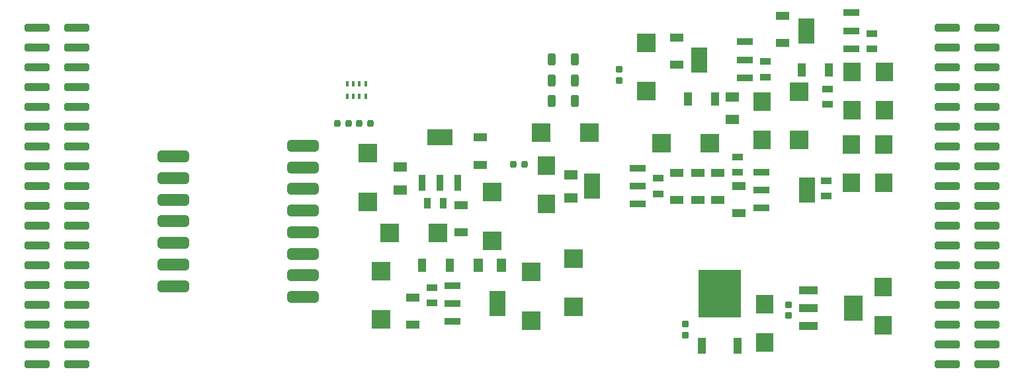
<source format=gtp>
G04*
G04 #@! TF.GenerationSoftware,Altium Limited,Altium Designer,22.4.2 (48)*
G04*
G04 Layer_Color=8421504*
%FSLAX25Y25*%
%MOIN*%
G70*
G04*
G04 #@! TF.SameCoordinates,5B287986-ABF7-48FA-9945-848A1B873533*
G04*
G04*
G04 #@! TF.FilePolarity,Positive*
G04*
G01*
G75*
%ADD20R,0.03740X0.08465*%
%ADD21R,0.12795X0.08465*%
%ADD22R,0.08465X0.03740*%
%ADD23R,0.08465X0.12795*%
%ADD24R,0.09646X0.09252*%
%ADD25R,0.06890X0.03937*%
%ADD26R,0.03937X0.06890*%
%ADD27R,0.08858X0.09252*%
%ADD28R,0.09252X0.09646*%
%ADD29R,0.05512X0.03740*%
G04:AMPARAMS|DCode=30|XSize=59.06mil|YSize=157.48mil|CornerRadius=14.76mil|HoleSize=0mil|Usage=FLASHONLY|Rotation=270.000|XOffset=0mil|YOffset=0mil|HoleType=Round|Shape=RoundedRectangle|*
%AMROUNDEDRECTD30*
21,1,0.05906,0.12795,0,0,270.0*
21,1,0.02953,0.15748,0,0,270.0*
1,1,0.02953,-0.06398,-0.01476*
1,1,0.02953,-0.06398,0.01476*
1,1,0.02953,0.06398,0.01476*
1,1,0.02953,0.06398,-0.01476*
%
%ADD30ROUNDEDRECTD30*%
G04:AMPARAMS|DCode=31|XSize=40.16mil|YSize=125.98mil|CornerRadius=10.04mil|HoleSize=0mil|Usage=FLASHONLY|Rotation=270.000|XOffset=0mil|YOffset=0mil|HoleType=Round|Shape=RoundedRectangle|*
%AMROUNDEDRECTD31*
21,1,0.04016,0.10591,0,0,270.0*
21,1,0.02008,0.12598,0,0,270.0*
1,1,0.02008,-0.05295,-0.01004*
1,1,0.02008,-0.05295,0.01004*
1,1,0.02008,0.05295,0.01004*
1,1,0.02008,0.05295,-0.01004*
%
%ADD31ROUNDEDRECTD31*%
%ADD32R,0.01575X0.03150*%
G04:AMPARAMS|DCode=33|XSize=39.37mil|YSize=62.99mil|CornerRadius=9.84mil|HoleSize=0mil|Usage=FLASHONLY|Rotation=0.000|XOffset=0mil|YOffset=0mil|HoleType=Round|Shape=RoundedRectangle|*
%AMROUNDEDRECTD33*
21,1,0.03937,0.04331,0,0,0.0*
21,1,0.01968,0.06299,0,0,0.0*
1,1,0.01968,0.00984,-0.02165*
1,1,0.01968,-0.00984,-0.02165*
1,1,0.01968,-0.00984,0.02165*
1,1,0.01968,0.00984,0.02165*
%
%ADD33ROUNDEDRECTD33*%
G04:AMPARAMS|DCode=34|XSize=35.43mil|YSize=31.5mil|CornerRadius=7.87mil|HoleSize=0mil|Usage=FLASHONLY|Rotation=0.000|XOffset=0mil|YOffset=0mil|HoleType=Round|Shape=RoundedRectangle|*
%AMROUNDEDRECTD34*
21,1,0.03543,0.01575,0,0,0.0*
21,1,0.01968,0.03150,0,0,0.0*
1,1,0.01575,0.00984,-0.00787*
1,1,0.01575,-0.00984,-0.00787*
1,1,0.01575,-0.00984,0.00787*
1,1,0.01575,0.00984,0.00787*
%
%ADD34ROUNDEDRECTD34*%
G04:AMPARAMS|DCode=35|XSize=35.43mil|YSize=31.5mil|CornerRadius=7.87mil|HoleSize=0mil|Usage=FLASHONLY|Rotation=270.000|XOffset=0mil|YOffset=0mil|HoleType=Round|Shape=RoundedRectangle|*
%AMROUNDEDRECTD35*
21,1,0.03543,0.01575,0,0,270.0*
21,1,0.01968,0.03150,0,0,270.0*
1,1,0.01575,-0.00787,-0.00984*
1,1,0.01575,-0.00787,0.00984*
1,1,0.01575,0.00787,0.00984*
1,1,0.01575,0.00787,-0.00984*
%
%ADD35ROUNDEDRECTD35*%
%ADD36R,0.09449X0.03937*%
%ADD37R,0.09449X0.12992*%
%ADD38R,0.21260X0.24410*%
%ADD39R,0.03937X0.08268*%
%ADD40R,0.07087X0.04528*%
%ADD41R,0.04528X0.07087*%
%ADD42R,0.03740X0.05512*%
D20*
X-316976Y-111370D02*
D03*
X-307921D02*
D03*
X-298866D02*
D03*
D21*
X-307921Y-88535D02*
D03*
D22*
X-301685Y-163543D02*
D03*
Y-172598D02*
D03*
Y-181653D02*
D03*
X-145717Y-106095D02*
D03*
Y-115150D02*
D03*
Y-124205D02*
D03*
X-100474Y-43752D02*
D03*
Y-34697D02*
D03*
Y-25642D02*
D03*
X-208221Y-122189D02*
D03*
Y-113134D02*
D03*
Y-104079D02*
D03*
X-154299Y-58441D02*
D03*
Y-49386D02*
D03*
Y-40331D02*
D03*
D23*
X-278850Y-172598D02*
D03*
X-122882Y-115150D02*
D03*
X-123308Y-34697D02*
D03*
X-231055Y-113134D02*
D03*
X-177134Y-49386D02*
D03*
D24*
X-203842Y-40709D02*
D03*
Y-65118D02*
D03*
X-240630Y-174221D02*
D03*
Y-149811D02*
D03*
X-337638Y-180520D02*
D03*
Y-156110D02*
D03*
X-281449Y-140709D02*
D03*
Y-116299D02*
D03*
X-344189Y-121055D02*
D03*
Y-96646D02*
D03*
X-262047Y-181024D02*
D03*
Y-156614D02*
D03*
X-126992Y-65402D02*
D03*
Y-89811D02*
D03*
D25*
X-188472Y-38213D02*
D03*
Y-51992D02*
D03*
X-135055Y-27126D02*
D03*
Y-40905D02*
D03*
X-167811Y-106496D02*
D03*
Y-120276D02*
D03*
X-157228Y-113134D02*
D03*
Y-126913D02*
D03*
X-188472Y-106496D02*
D03*
Y-120276D02*
D03*
X-321512Y-169488D02*
D03*
Y-183268D02*
D03*
X-297323Y-122874D02*
D03*
Y-136653D02*
D03*
X-287496Y-88606D02*
D03*
Y-102386D02*
D03*
X-177890Y-120276D02*
D03*
Y-106496D02*
D03*
D26*
X-182875Y-69260D02*
D03*
X-169096D02*
D03*
X-111787Y-54425D02*
D03*
X-125567D02*
D03*
X-303031Y-153197D02*
D03*
X-316811D02*
D03*
D27*
X-100535Y-92150D02*
D03*
Y-111441D02*
D03*
X-254236Y-102984D02*
D03*
Y-122276D02*
D03*
X-100284Y-55614D02*
D03*
Y-74906D02*
D03*
X-145638Y-70480D02*
D03*
Y-89772D02*
D03*
X-84158Y-111441D02*
D03*
Y-92150D02*
D03*
X-83906Y-55685D02*
D03*
Y-74976D02*
D03*
X-84661Y-183504D02*
D03*
Y-164213D02*
D03*
X-144378Y-192071D02*
D03*
Y-172780D02*
D03*
D28*
X-171732Y-91465D02*
D03*
X-196142D02*
D03*
X-232457Y-86173D02*
D03*
X-256866D02*
D03*
X-333213Y-136819D02*
D03*
X-308803D02*
D03*
D29*
X-113134Y-118331D02*
D03*
Y-110457D02*
D03*
X-112630Y-64095D02*
D03*
Y-71969D02*
D03*
X-157732Y-98362D02*
D03*
Y-106236D02*
D03*
X-90205Y-36126D02*
D03*
Y-44000D02*
D03*
X-198047Y-117071D02*
D03*
Y-109197D02*
D03*
X-143883Y-50307D02*
D03*
Y-58181D02*
D03*
X-311937Y-172252D02*
D03*
Y-164378D02*
D03*
D30*
X-376842Y-169165D02*
D03*
Y-158260D02*
D03*
Y-147354D02*
D03*
Y-136449D02*
D03*
Y-125543D02*
D03*
Y-114638D02*
D03*
Y-103732D02*
D03*
Y-92827D02*
D03*
X-442276Y-98280D02*
D03*
Y-109185D02*
D03*
Y-120091D02*
D03*
Y-130996D02*
D03*
Y-141902D02*
D03*
Y-152807D02*
D03*
Y-163713D02*
D03*
D31*
X-490882Y-33161D02*
D03*
X-510882D02*
D03*
X-490882Y-43161D02*
D03*
X-510882D02*
D03*
X-490882Y-53161D02*
D03*
X-510882D02*
D03*
X-490882Y-63161D02*
D03*
X-510882D02*
D03*
X-490882Y-73161D02*
D03*
X-510882D02*
D03*
X-490882Y-83161D02*
D03*
X-510882D02*
D03*
X-490882Y-93161D02*
D03*
X-510882D02*
D03*
X-490882Y-103161D02*
D03*
X-510882D02*
D03*
X-490882Y-113161D02*
D03*
X-510882D02*
D03*
X-490882Y-123161D02*
D03*
X-510882D02*
D03*
X-490882Y-133161D02*
D03*
X-510882D02*
D03*
X-490882Y-143161D02*
D03*
X-510882D02*
D03*
X-490882Y-153161D02*
D03*
X-510882D02*
D03*
X-490882Y-163161D02*
D03*
X-510882D02*
D03*
X-490882Y-173161D02*
D03*
X-510882D02*
D03*
X-490882Y-183161D02*
D03*
X-510882D02*
D03*
X-490882Y-193161D02*
D03*
X-510882D02*
D03*
X-490882Y-203161D02*
D03*
X-510882D02*
D03*
X-52220D02*
D03*
X-32221D02*
D03*
X-52220Y-193161D02*
D03*
X-32221D02*
D03*
X-52220Y-183161D02*
D03*
X-32221D02*
D03*
X-52220Y-173161D02*
D03*
X-32221D02*
D03*
X-52220Y-163161D02*
D03*
X-32221D02*
D03*
X-52220Y-153161D02*
D03*
X-32221D02*
D03*
X-52220Y-143161D02*
D03*
X-32221D02*
D03*
X-52220Y-133161D02*
D03*
X-32221D02*
D03*
X-52220Y-123161D02*
D03*
X-32221D02*
D03*
X-52220Y-113161D02*
D03*
X-32221D02*
D03*
X-52220Y-103161D02*
D03*
X-32221D02*
D03*
X-52220Y-93161D02*
D03*
X-32221D02*
D03*
X-52220Y-83161D02*
D03*
X-32221D02*
D03*
X-52220Y-73161D02*
D03*
X-32221D02*
D03*
X-52220Y-63161D02*
D03*
X-32221D02*
D03*
X-52220Y-53161D02*
D03*
X-32221D02*
D03*
X-52220Y-43161D02*
D03*
X-32221D02*
D03*
X-52220Y-33161D02*
D03*
X-32221D02*
D03*
D32*
X-345260Y-61606D02*
D03*
X-348410D02*
D03*
X-351559D02*
D03*
X-354709D02*
D03*
Y-67905D02*
D03*
X-351559D02*
D03*
X-348410D02*
D03*
X-345260D02*
D03*
D33*
X-239764Y-49134D02*
D03*
X-251575D02*
D03*
Y-59716D02*
D03*
X-239764D02*
D03*
Y-70299D02*
D03*
X-251575D02*
D03*
D34*
X-217701Y-59701D02*
D03*
Y-54189D02*
D03*
X-132283Y-173118D02*
D03*
Y-178630D02*
D03*
X-184189Y-182945D02*
D03*
Y-188457D02*
D03*
D35*
X-270850Y-102299D02*
D03*
X-265339D02*
D03*
X-354031Y-81386D02*
D03*
X-359543D02*
D03*
X-342945Y-81638D02*
D03*
X-348457D02*
D03*
D36*
X-122283Y-165811D02*
D03*
Y-174866D02*
D03*
Y-183921D02*
D03*
D37*
X-99449Y-174866D02*
D03*
D38*
X-166803Y-167374D02*
D03*
D39*
X-157807Y-193949D02*
D03*
X-175799Y-193949D02*
D03*
D40*
X-241890Y-119095D02*
D03*
Y-107677D02*
D03*
X-160504Y-79535D02*
D03*
Y-68118D02*
D03*
X-327811Y-103646D02*
D03*
Y-115063D02*
D03*
D41*
X-277000Y-153197D02*
D03*
X-288417D02*
D03*
D42*
X-314110Y-121953D02*
D03*
X-306236D02*
D03*
M02*

</source>
